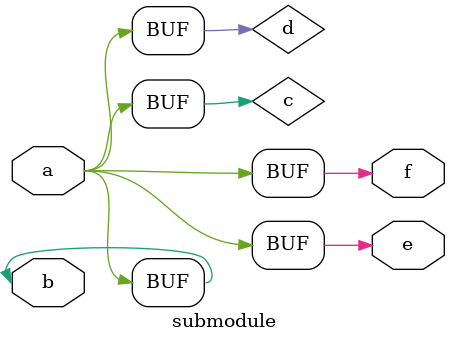
<source format=v>
/*************************************************************************
  > File Name: assign_connect_to_empty_signal.v
  > Author: 16hxliang3
  > Mail: 16hxliang3@stu.edu.cn 
  > Created Time: Mon 09 May 2022 03:31:11 PM CST
 ************************************************************************/
module assign_connect_to_empty_signal(a,b,c,d);
  input a,b;
  output c,d;
  submodule U1(.a(a),.b(),.e(c),.f());
endmodule

module submodule(a,b,e,f);
   input a,b;
   output e,f;
   assign e = a; // a and e not connect to a empty signal;
   assign e = b; // e not connect to a empty signal but b connect to;
   assign f = a; // a not connect to a empty signal but f connect to;
   assign f = b; // b and f both connect to a empty signal;
   assign c = a; // a not connect to a empty signal and c is a wire;
   assign d = b; // b connect to a empty signal and d is a wire;
endmodule

</source>
